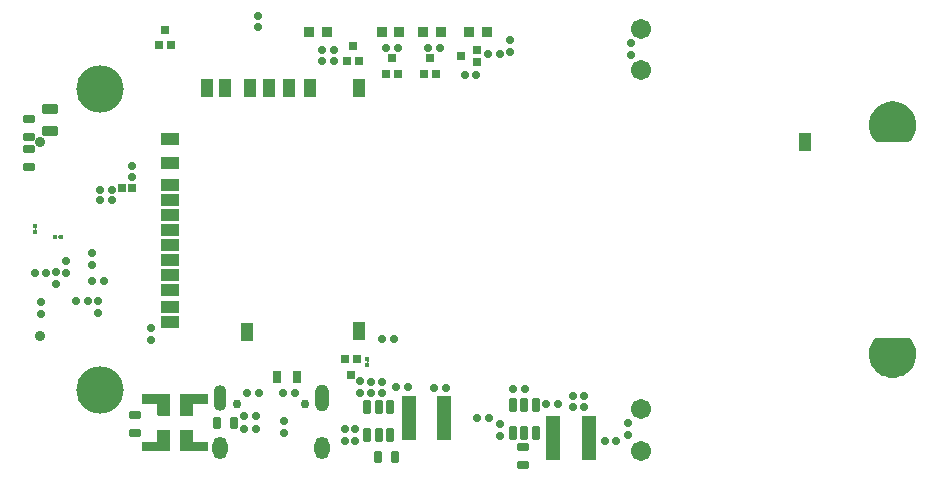
<source format=gts>
G04*
G04 #@! TF.GenerationSoftware,Altium Limited,Altium Designer,22.8.2 (66)*
G04*
G04 Layer_Color=8388736*
%FSLAX25Y25*%
%MOIN*%
G70*
G04*
G04 #@! TF.SameCoordinates,6BB00AFB-5455-402A-A2EE-A29BA1A7275C*
G04*
G04*
G04 #@! TF.FilePolarity,Negative*
G04*
G01*
G75*
%ADD21R,0.01181X0.01181*%
%ADD33C,0.00800*%
%ADD34R,0.03162X0.03950*%
%ADD35R,0.03950X0.06312*%
%ADD36R,0.06312X0.03950*%
G04:AMPARAMS|DCode=37|XSize=55.12mil|YSize=31.5mil|CornerRadius=7.48mil|HoleSize=0mil|Usage=FLASHONLY|Rotation=0.000|XOffset=0mil|YOffset=0mil|HoleType=Round|Shape=RoundedRectangle|*
%AMROUNDEDRECTD37*
21,1,0.05512,0.01654,0,0,0.0*
21,1,0.04016,0.03150,0,0,0.0*
1,1,0.01496,0.02008,-0.00827*
1,1,0.01496,-0.02008,-0.00827*
1,1,0.01496,-0.02008,0.00827*
1,1,0.01496,0.02008,0.00827*
%
%ADD37ROUNDEDRECTD37*%
G04:AMPARAMS|DCode=38|XSize=39.37mil|YSize=27.56mil|CornerRadius=6.69mil|HoleSize=0mil|Usage=FLASHONLY|Rotation=180.000|XOffset=0mil|YOffset=0mil|HoleType=Round|Shape=RoundedRectangle|*
%AMROUNDEDRECTD38*
21,1,0.03937,0.01417,0,0,180.0*
21,1,0.02598,0.02756,0,0,180.0*
1,1,0.01339,-0.01299,0.00709*
1,1,0.01339,0.01299,0.00709*
1,1,0.01339,0.01299,-0.00709*
1,1,0.01339,-0.01299,-0.00709*
%
%ADD38ROUNDEDRECTD38*%
%ADD39R,0.03543X0.03543*%
%ADD40R,0.02572X0.03162*%
G04:AMPARAMS|DCode=41|XSize=47.37mil|YSize=27.69mil|CornerRadius=6.46mil|HoleSize=0mil|Usage=FLASHONLY|Rotation=270.000|XOffset=0mil|YOffset=0mil|HoleType=Round|Shape=RoundedRectangle|*
%AMROUNDEDRECTD41*
21,1,0.04737,0.01476,0,0,270.0*
21,1,0.03445,0.02769,0,0,270.0*
1,1,0.01292,-0.00738,-0.01722*
1,1,0.01292,-0.00738,0.01722*
1,1,0.01292,0.00738,0.01722*
1,1,0.01292,0.00738,-0.01722*
%
%ADD41ROUNDEDRECTD41*%
%ADD42R,0.04724X0.14961*%
G04:AMPARAMS|DCode=43|XSize=27.56mil|YSize=23.62mil|CornerRadius=5.91mil|HoleSize=0mil|Usage=FLASHONLY|Rotation=90.000|XOffset=0mil|YOffset=0mil|HoleType=Round|Shape=RoundedRectangle|*
%AMROUNDEDRECTD43*
21,1,0.02756,0.01181,0,0,90.0*
21,1,0.01575,0.02362,0,0,90.0*
1,1,0.01181,0.00591,0.00787*
1,1,0.01181,0.00591,-0.00787*
1,1,0.01181,-0.00591,-0.00787*
1,1,0.01181,-0.00591,0.00787*
%
%ADD43ROUNDEDRECTD43*%
G04:AMPARAMS|DCode=44|XSize=16mil|YSize=16mil|CornerRadius=4.25mil|HoleSize=0mil|Usage=FLASHONLY|Rotation=270.000|XOffset=0mil|YOffset=0mil|HoleType=Round|Shape=RoundedRectangle|*
%AMROUNDEDRECTD44*
21,1,0.01600,0.00750,0,0,270.0*
21,1,0.00750,0.01600,0,0,270.0*
1,1,0.00850,-0.00375,-0.00375*
1,1,0.00850,-0.00375,0.00375*
1,1,0.00850,0.00375,0.00375*
1,1,0.00850,0.00375,-0.00375*
%
%ADD44ROUNDEDRECTD44*%
%ADD45R,0.02769X0.03162*%
G04:AMPARAMS|DCode=46|XSize=27.56mil|YSize=23.62mil|CornerRadius=5.91mil|HoleSize=0mil|Usage=FLASHONLY|Rotation=0.000|XOffset=0mil|YOffset=0mil|HoleType=Round|Shape=RoundedRectangle|*
%AMROUNDEDRECTD46*
21,1,0.02756,0.01181,0,0,0.0*
21,1,0.01575,0.02362,0,0,0.0*
1,1,0.01181,0.00787,-0.00591*
1,1,0.01181,-0.00787,-0.00591*
1,1,0.01181,-0.00787,0.00591*
1,1,0.01181,0.00787,0.00591*
%
%ADD46ROUNDEDRECTD46*%
%ADD47R,0.03162X0.02769*%
G04:AMPARAMS|DCode=48|XSize=39.37mil|YSize=27.56mil|CornerRadius=6.69mil|HoleSize=0mil|Usage=FLASHONLY|Rotation=270.000|XOffset=0mil|YOffset=0mil|HoleType=Round|Shape=RoundedRectangle|*
%AMROUNDEDRECTD48*
21,1,0.03937,0.01417,0,0,270.0*
21,1,0.02598,0.02756,0,0,270.0*
1,1,0.01339,-0.00709,-0.01299*
1,1,0.01339,-0.00709,0.01299*
1,1,0.01339,0.00709,0.01299*
1,1,0.01339,0.00709,-0.01299*
%
%ADD48ROUNDEDRECTD48*%
G04:AMPARAMS|DCode=49|XSize=16mil|YSize=16mil|CornerRadius=4.25mil|HoleSize=0mil|Usage=FLASHONLY|Rotation=180.000|XOffset=0mil|YOffset=0mil|HoleType=Round|Shape=RoundedRectangle|*
%AMROUNDEDRECTD49*
21,1,0.01600,0.00750,0,0,180.0*
21,1,0.00750,0.01600,0,0,180.0*
1,1,0.00850,-0.00375,0.00375*
1,1,0.00850,0.00375,0.00375*
1,1,0.00850,0.00375,-0.00375*
1,1,0.00850,-0.00375,-0.00375*
%
%ADD49ROUNDEDRECTD49*%
%ADD50C,0.06706*%
%ADD51C,0.10743*%
%ADD52O,0.04331X0.08662*%
%ADD53O,0.05131X0.07493*%
%ADD54C,0.02953*%
%ADD55O,0.04737X0.09068*%
%ADD56C,0.15761*%
%ADD57C,0.03438*%
G36*
X264638Y96249D02*
X264657Y96248D01*
X265389Y96176D01*
X265409Y96173D01*
X265428Y96171D01*
X266149Y96027D01*
X266168Y96022D01*
X266187Y96018D01*
X266891Y95805D01*
X266909Y95798D01*
X266928Y95791D01*
X267607Y95510D01*
X267625Y95501D01*
X267642Y95493D01*
X268291Y95147D01*
X268308Y95136D01*
X268325Y95126D01*
X268936Y94718D01*
X268951Y94706D01*
X268968Y94695D01*
X269536Y94228D01*
X269550Y94215D01*
X269565Y94202D01*
X269825Y93942D01*
X269825Y93942D01*
X270079Y93687D01*
X270092Y93673D01*
X270105Y93659D01*
X270563Y93103D01*
X270574Y93088D01*
X270586Y93072D01*
X270989Y92475D01*
X270998Y92458D01*
X271009Y92442D01*
X271352Y91809D01*
X271360Y91792D01*
X271369Y91774D01*
X271649Y91111D01*
X271656Y91093D01*
X271663Y91075D01*
X271879Y90388D01*
X271883Y90370D01*
X271888Y90351D01*
X272037Y89647D01*
X272040Y89627D01*
X272043Y89609D01*
X272124Y88893D01*
X272125Y88874D01*
X272126Y88855D01*
X272138Y88135D01*
X272137Y88116D01*
X272137Y88096D01*
X272079Y87379D01*
X272076Y87359D01*
X272074Y87340D01*
X271948Y86631D01*
X271943Y86613D01*
X271939Y86594D01*
X271745Y85900D01*
X271739Y85882D01*
X271733Y85864D01*
X271474Y85192D01*
X271465Y85175D01*
X271458Y85157D01*
X271135Y84513D01*
X271125Y84497D01*
X271116Y84480D01*
X270733Y83870D01*
X270722Y83855D01*
X270711Y83839D01*
X270271Y83269D01*
X270258Y83254D01*
X270246Y83239D01*
X270000Y82977D01*
X269995Y82972D01*
X269991Y82968D01*
X269976Y82955D01*
X269961Y82941D01*
X269956Y82937D01*
X269951Y82933D01*
X269935Y82922D01*
X269919Y82910D01*
X269913Y82907D01*
X269908Y82904D01*
X269890Y82895D01*
X269872Y82886D01*
X269866Y82883D01*
X269861Y82881D01*
X269842Y82874D01*
X269823Y82867D01*
X269817Y82866D01*
X269811Y82864D01*
X269792Y82860D01*
X269772Y82855D01*
X269766Y82855D01*
X269759Y82854D01*
X269740Y82852D01*
X269720Y82850D01*
X269714Y82850D01*
X269707Y82850D01*
X258797Y82850D01*
X258790Y82850D01*
X258784Y82850D01*
X258778Y82851D01*
X258773Y82851D01*
X258758Y82853D01*
X258745Y82854D01*
X258738Y82855D01*
X258732Y82855D01*
X258726Y82857D01*
X258721Y82857D01*
X258707Y82861D01*
X258693Y82864D01*
X258687Y82866D01*
X258681Y82867D01*
X258676Y82869D01*
X258670Y82871D01*
X258657Y82876D01*
X258643Y82881D01*
X258638Y82883D01*
X258632Y82886D01*
X258627Y82888D01*
X258622Y82890D01*
X258609Y82898D01*
X258596Y82904D01*
X258591Y82907D01*
X258585Y82910D01*
X258581Y82914D01*
X258576Y82916D01*
X258564Y82925D01*
X258553Y82933D01*
X258548Y82937D01*
X258543Y82941D01*
X258539Y82945D01*
X258534Y82948D01*
X258524Y82958D01*
X258513Y82968D01*
X258509Y82972D01*
X258505Y82977D01*
X258258Y83239D01*
X258246Y83254D01*
X258233Y83268D01*
X257793Y83838D01*
X257783Y83854D01*
X257771Y83870D01*
X257388Y84479D01*
X257379Y84496D01*
X257369Y84513D01*
X257046Y85156D01*
X257038Y85174D01*
X257030Y85192D01*
X256771Y85863D01*
X256765Y85881D01*
X256759Y85900D01*
X256565Y86593D01*
X256561Y86612D01*
X256556Y86630D01*
X256430Y87339D01*
X256428Y87358D01*
X256425Y87377D01*
X256367Y88095D01*
X256367Y88114D01*
X256366Y88133D01*
X256377Y88853D01*
X256379Y88872D01*
X256379Y88892D01*
X256460Y89607D01*
X256463Y89626D01*
X256466Y89645D01*
X256615Y90350D01*
X256620Y90368D01*
X256625Y90387D01*
X256840Y91074D01*
X256847Y91092D01*
X256854Y91110D01*
X257134Y91773D01*
X257143Y91790D01*
X257151Y91807D01*
X257494Y92440D01*
X257504Y92457D01*
X257514Y92473D01*
X257916Y93070D01*
X257928Y93085D01*
X257939Y93101D01*
X258397Y93657D01*
X258410Y93671D01*
X258423Y93685D01*
X258677Y93940D01*
X258677Y93940D01*
X258937Y94200D01*
X258952Y94213D01*
X258966Y94226D01*
X259534Y94693D01*
X259550Y94704D01*
X259566Y94716D01*
X260177Y95125D01*
X260194Y95135D01*
X260211Y95145D01*
X260859Y95492D01*
X260877Y95500D01*
X260894Y95509D01*
X261574Y95790D01*
X261592Y95797D01*
X261611Y95804D01*
X262314Y96017D01*
X262333Y96022D01*
X262352Y96027D01*
X263073Y96170D01*
X263093Y96173D01*
X263112Y96176D01*
X263844Y96248D01*
X263863Y96249D01*
X263883Y96250D01*
X264618Y96250D01*
X264638Y96249D01*
D02*
G37*
G36*
X269746Y17476D02*
X269754Y17477D01*
X269758Y17476D01*
X269764Y17476D01*
X269777Y17474D01*
X269791Y17473D01*
X269798Y17472D01*
X269806Y17471D01*
X269810Y17470D01*
X269816Y17469D01*
X269829Y17466D01*
X269842Y17463D01*
X269850Y17461D01*
X269857Y17459D01*
X269861Y17457D01*
X269867Y17456D01*
X269879Y17451D01*
X269892Y17446D01*
X269899Y17443D01*
X269906Y17440D01*
X269910Y17438D01*
X269915Y17436D01*
X269927Y17429D01*
X269939Y17423D01*
X269945Y17419D01*
X269952Y17415D01*
X269956Y17412D01*
X269961Y17410D01*
X269971Y17401D01*
X269982Y17394D01*
X269988Y17389D01*
X269994Y17384D01*
X269998Y17381D01*
X270002Y17378D01*
X270012Y17368D01*
X270022Y17359D01*
X270027Y17354D01*
X270032Y17348D01*
X270276Y17086D01*
X270288Y17071D01*
X270301Y17056D01*
X270736Y16486D01*
X270746Y16470D01*
X270758Y16454D01*
X271136Y15845D01*
X271145Y15828D01*
X271154Y15811D01*
X271473Y15169D01*
X271480Y15151D01*
X271488Y15133D01*
X271744Y14463D01*
X271749Y14445D01*
X271756Y14427D01*
X271946Y13735D01*
X271950Y13716D01*
X271954Y13698D01*
X272077Y12991D01*
X272079Y12972D01*
X272082Y12953D01*
X272137Y12238D01*
X272137Y12219D01*
X272138Y12200D01*
X272124Y11483D01*
X272123Y11463D01*
X272122Y11444D01*
X272040Y10732D01*
X272036Y10713D01*
X272033Y10694D01*
X271883Y9992D01*
X271878Y9974D01*
X271874Y9955D01*
X271657Y9272D01*
X271650Y9254D01*
X271644Y9235D01*
X271363Y8575D01*
X271354Y8558D01*
X271346Y8541D01*
X271004Y7911D01*
X270993Y7895D01*
X270984Y7878D01*
X270582Y7284D01*
X270571Y7268D01*
X270559Y7253D01*
X270103Y6700D01*
X270090Y6685D01*
X270077Y6671D01*
X269824Y6418D01*
X269824Y6418D01*
X269564Y6158D01*
X269549Y6145D01*
X269535Y6131D01*
X268967Y5665D01*
X268951Y5654D01*
X268935Y5642D01*
X268324Y5233D01*
X268307Y5223D01*
X268290Y5213D01*
X267642Y4867D01*
X267624Y4859D01*
X267607Y4850D01*
X266928Y4569D01*
X266909Y4562D01*
X266891Y4555D01*
X266187Y4342D01*
X266168Y4338D01*
X266149Y4332D01*
X265428Y4189D01*
X265409Y4186D01*
X265389Y4183D01*
X264658Y4111D01*
X264638Y4111D01*
X264619Y4109D01*
X263884Y4109D01*
X263864Y4111D01*
X263844Y4111D01*
X263113Y4183D01*
X263094Y4187D01*
X263074Y4189D01*
X262353Y4333D01*
X262334Y4338D01*
X262315Y4342D01*
X261612Y4556D01*
X261594Y4563D01*
X261575Y4569D01*
X260896Y4850D01*
X260878Y4859D01*
X260860Y4867D01*
X260212Y5214D01*
X260196Y5224D01*
X260179Y5234D01*
X259568Y5642D01*
X259552Y5654D01*
X259536Y5666D01*
X258968Y6132D01*
X258954Y6145D01*
X258939Y6159D01*
X258679Y6418D01*
X258426Y6672D01*
X258413Y6686D01*
X258400Y6700D01*
X257944Y7254D01*
X257932Y7269D01*
X257921Y7284D01*
X257519Y7879D01*
X257510Y7895D01*
X257499Y7912D01*
X257157Y8542D01*
X257149Y8559D01*
X257140Y8576D01*
X256859Y9236D01*
X256853Y9254D01*
X256846Y9272D01*
X256630Y9956D01*
X256625Y9974D01*
X256620Y9993D01*
X256470Y10695D01*
X256467Y10714D01*
X256464Y10732D01*
X256382Y11445D01*
X256381Y11464D01*
X256379Y11483D01*
X256365Y12200D01*
X256366Y12219D01*
X256366Y12239D01*
X256422Y12954D01*
X256424Y12973D01*
X256426Y12992D01*
X256550Y13698D01*
X256554Y13717D01*
X256558Y13736D01*
X256748Y14427D01*
X256754Y14445D01*
X256760Y14464D01*
X257016Y15134D01*
X257024Y15151D01*
X257031Y15169D01*
X257349Y15812D01*
X257359Y15828D01*
X257368Y15845D01*
X257747Y16454D01*
X257758Y16470D01*
X257768Y16486D01*
X258203Y17056D01*
X258216Y17071D01*
X258228Y17086D01*
X258472Y17348D01*
X258477Y17354D01*
X258482Y17359D01*
X258496Y17372D01*
X258510Y17385D01*
X258516Y17389D01*
X258522Y17394D01*
X258537Y17404D01*
X258552Y17415D01*
X258559Y17419D01*
X258565Y17423D01*
X258582Y17431D01*
X258598Y17440D01*
X258606Y17443D01*
X258612Y17446D01*
X258630Y17452D01*
X258647Y17459D01*
X258655Y17461D01*
X258662Y17463D01*
X258680Y17467D01*
X258698Y17471D01*
X258706Y17472D01*
X258713Y17473D01*
X258732Y17475D01*
X258751Y17477D01*
X258758Y17476D01*
X258766Y17477D01*
X269738Y17477D01*
X269746Y17476D01*
D02*
G37*
G36*
X35944Y-1398D02*
X35981Y-1409D01*
X36015Y-1427D01*
X36045Y-1452D01*
X36070Y-1482D01*
X36088Y-1516D01*
X36100Y-1553D01*
X36103Y-1592D01*
Y-4347D01*
X36100Y-4386D01*
X36088Y-4423D01*
X36070Y-4457D01*
X36045Y-4487D01*
X36015Y-4512D01*
X35981Y-4530D01*
X35944Y-4541D01*
X35906Y-4545D01*
X30985D01*
Y-8284D01*
X30981Y-8323D01*
X30970Y-8360D01*
X30952Y-8394D01*
X30927Y-8424D01*
X30897Y-8449D01*
X30863Y-8467D01*
X30826Y-8478D01*
X30787Y-8482D01*
X26850D01*
X26812Y-8478D01*
X26775Y-8467D01*
X26741Y-8449D01*
X26711Y-8424D01*
X26686Y-8394D01*
X26668Y-8360D01*
X26656Y-8323D01*
X26653Y-8284D01*
Y-1592D01*
X26656Y-1553D01*
X26668Y-1516D01*
X26686Y-1482D01*
X26711Y-1452D01*
X26741Y-1427D01*
X26775Y-1409D01*
X26812Y-1398D01*
X26850Y-1394D01*
X35906D01*
X35944Y-1398D01*
D02*
G37*
G36*
X23346D02*
X23383Y-1409D01*
X23417Y-1427D01*
X23447Y-1452D01*
X23472Y-1482D01*
X23490Y-1516D01*
X23501Y-1553D01*
X23505Y-1592D01*
Y-8284D01*
X23501Y-8323D01*
X23490Y-8360D01*
X23472Y-8394D01*
X23447Y-8424D01*
X23417Y-8449D01*
X23383Y-8467D01*
X23346Y-8478D01*
X23307Y-8482D01*
X19370D01*
X19331Y-8478D01*
X19294Y-8467D01*
X19260Y-8449D01*
X19230Y-8424D01*
X19206Y-8394D01*
X19187Y-8360D01*
X19176Y-8323D01*
X19172Y-8284D01*
Y-4545D01*
X14252D01*
X14213Y-4541D01*
X14176Y-4530D01*
X14142Y-4512D01*
X14112Y-4487D01*
X14087Y-4457D01*
X14069Y-4423D01*
X14058Y-4386D01*
X14054Y-4347D01*
Y-1592D01*
X14058Y-1553D01*
X14069Y-1516D01*
X14087Y-1482D01*
X14112Y-1452D01*
X14142Y-1427D01*
X14176Y-1409D01*
X14213Y-1398D01*
X14252Y-1394D01*
X23307D01*
X23346Y-1398D01*
D02*
G37*
G36*
X30826Y-13208D02*
X30863Y-13220D01*
X30897Y-13238D01*
X30927Y-13263D01*
X30952Y-13293D01*
X30970Y-13327D01*
X30981Y-13364D01*
X30985Y-13402D01*
Y-17142D01*
X35906D01*
X35944Y-17145D01*
X35981Y-17157D01*
X36015Y-17175D01*
X36045Y-17200D01*
X36070Y-17230D01*
X36088Y-17264D01*
X36100Y-17301D01*
X36103Y-17339D01*
Y-20095D01*
X36100Y-20134D01*
X36088Y-20171D01*
X36070Y-20205D01*
X36045Y-20235D01*
X36015Y-20260D01*
X35981Y-20278D01*
X35944Y-20289D01*
X35906Y-20293D01*
X26850D01*
X26812Y-20289D01*
X26775Y-20278D01*
X26741Y-20260D01*
X26711Y-20235D01*
X26686Y-20205D01*
X26668Y-20171D01*
X26656Y-20134D01*
X26653Y-20095D01*
Y-13402D01*
X26656Y-13364D01*
X26668Y-13327D01*
X26686Y-13293D01*
X26711Y-13263D01*
X26741Y-13238D01*
X26775Y-13220D01*
X26812Y-13208D01*
X26850Y-13205D01*
X30787D01*
X30826Y-13208D01*
D02*
G37*
G36*
X23346D02*
X23383Y-13220D01*
X23417Y-13238D01*
X23447Y-13263D01*
X23472Y-13293D01*
X23490Y-13327D01*
X23501Y-13364D01*
X23505Y-13402D01*
Y-20095D01*
X23501Y-20134D01*
X23490Y-20171D01*
X23472Y-20205D01*
X23447Y-20235D01*
X23417Y-20260D01*
X23383Y-20278D01*
X23346Y-20289D01*
X23307Y-20293D01*
X14252D01*
X14213Y-20289D01*
X14176Y-20278D01*
X14142Y-20260D01*
X14112Y-20235D01*
X14087Y-20205D01*
X14069Y-20171D01*
X14058Y-20134D01*
X14054Y-20095D01*
Y-17339D01*
X14058Y-17301D01*
X14069Y-17264D01*
X14087Y-17230D01*
X14112Y-17200D01*
X14142Y-17175D01*
X14176Y-17157D01*
X14213Y-17145D01*
X14252Y-17142D01*
X19172D01*
Y-13402D01*
X19176Y-13364D01*
X19187Y-13327D01*
X19206Y-13293D01*
X19230Y-13263D01*
X19260Y-13238D01*
X19294Y-13220D01*
X19331Y-13208D01*
X19370Y-13205D01*
X23307D01*
X23346Y-13208D01*
D02*
G37*
D21*
X19370Y-18718D02*
D03*
X30787D02*
D03*
Y-2970D02*
D03*
X19370D02*
D03*
D33*
X89277Y9516D02*
G03*
X89277Y9516I-100J0D01*
G01*
X-21426Y53838D02*
G03*
X-21426Y53838I-100J0D01*
G01*
X-13727Y51178D02*
G03*
X-13727Y51178I-100J0D01*
G01*
D34*
X65752Y4319D02*
D03*
X59059D02*
D03*
D35*
X56494Y100652D02*
D03*
X70046D02*
D03*
X41774Y100691D02*
D03*
X50108Y100676D02*
D03*
X63057Y100652D02*
D03*
X35864Y100648D02*
D03*
X49179Y19510D02*
D03*
X86368Y100656D02*
D03*
X235101Y82754D02*
D03*
X86467Y19636D02*
D03*
D36*
X23463Y38321D02*
D03*
X23502Y33317D02*
D03*
X23534Y68369D02*
D03*
X23416Y63349D02*
D03*
X23451Y58333D02*
D03*
X23451Y53337D02*
D03*
X23415Y48341D02*
D03*
X23455Y27854D02*
D03*
X23341Y83707D02*
D03*
X23475Y22625D02*
D03*
X23534Y75766D02*
D03*
X23534Y43321D02*
D03*
D37*
X-16481Y93709D02*
D03*
Y86229D02*
D03*
D38*
X-23704Y74394D02*
D03*
Y80299D02*
D03*
X141102Y-19111D02*
D03*
Y-25017D02*
D03*
X11653Y-14213D02*
D03*
Y-8307D02*
D03*
X-23731Y84535D02*
D03*
Y90440D02*
D03*
D39*
X69884Y119336D02*
D03*
X75789D02*
D03*
X128939D02*
D03*
X123034D02*
D03*
X113585D02*
D03*
X107679D02*
D03*
X99882D02*
D03*
X93976D02*
D03*
D40*
X7310Y67390D02*
D03*
X10656D02*
D03*
D41*
X137795Y-14387D02*
D03*
X141535D02*
D03*
X145276D02*
D03*
X137795Y-4938D02*
D03*
X141535D02*
D03*
X145276D02*
D03*
X89177Y-15029D02*
D03*
X92917D02*
D03*
X96658D02*
D03*
X89177Y-5580D02*
D03*
X92917D02*
D03*
X96658D02*
D03*
D42*
X151221Y-15922D02*
D03*
X163031D02*
D03*
X102992Y-9387D02*
D03*
X114803D02*
D03*
D43*
X73989Y109666D02*
D03*
X77926D02*
D03*
X-17813Y39024D02*
D03*
X-21750D02*
D03*
X-2543Y36292D02*
D03*
X1394D02*
D03*
X53106Y-836D02*
D03*
X49169D02*
D03*
X60980D02*
D03*
X64917D02*
D03*
X52091Y-12886D02*
D03*
X48154D02*
D03*
X51974Y-8773D02*
D03*
X48037D02*
D03*
X90229Y-996D02*
D03*
X94166D02*
D03*
X168260Y-16834D02*
D03*
X172197D02*
D03*
X115354Y731D02*
D03*
X111417D02*
D03*
X152677Y-4764D02*
D03*
X148740D02*
D03*
X94166Y2842D02*
D03*
X90229D02*
D03*
X102829Y957D02*
D03*
X98892D02*
D03*
X129685Y-9436D02*
D03*
X125748D02*
D03*
X114Y66782D02*
D03*
X4051D02*
D03*
X114Y63317D02*
D03*
X4051D02*
D03*
X137627Y273D02*
D03*
X141564D02*
D03*
X-8034Y29639D02*
D03*
X-4097D02*
D03*
X73989Y113377D02*
D03*
X77926D02*
D03*
X121567Y105027D02*
D03*
X95460Y114194D02*
D03*
X99397D02*
D03*
X109340D02*
D03*
X113277D02*
D03*
X133405Y112042D02*
D03*
X129469D02*
D03*
X125504Y105027D02*
D03*
X98103Y17068D02*
D03*
X94166D02*
D03*
D44*
X89177Y8458D02*
D03*
Y10452D02*
D03*
X-21526Y54774D02*
D03*
Y52780D02*
D03*
D45*
X21758Y120105D02*
D03*
X19789Y114987D02*
D03*
X23727D02*
D03*
X83603Y5184D02*
D03*
X85572Y10302D02*
D03*
X81634D02*
D03*
X86312Y109666D02*
D03*
X82374D02*
D03*
X84343Y114784D02*
D03*
X95460Y105436D02*
D03*
X107986D02*
D03*
X97429Y110554D02*
D03*
X99398Y105436D02*
D03*
X109956Y110554D02*
D03*
X111925Y105436D02*
D03*
D46*
X-14541Y35503D02*
D03*
Y39440D02*
D03*
X-575Y29790D02*
D03*
Y25853D02*
D03*
X-19656Y29268D02*
D03*
Y25331D02*
D03*
X-11378Y38971D02*
D03*
Y42908D02*
D03*
X177057Y111672D02*
D03*
Y115609D02*
D03*
X17175Y20707D02*
D03*
Y16770D02*
D03*
X61246Y-10220D02*
D03*
Y-14156D02*
D03*
X-2535Y41679D02*
D03*
Y45616D02*
D03*
X84981Y-13061D02*
D03*
Y-16998D02*
D03*
X81811D02*
D03*
Y-13061D02*
D03*
X86880Y-1012D02*
D03*
Y2925D02*
D03*
X157658Y-5768D02*
D03*
Y-1832D02*
D03*
X161427Y-5768D02*
D03*
Y-1832D02*
D03*
X133500Y-15174D02*
D03*
Y-11237D02*
D03*
X10784Y70916D02*
D03*
Y74853D02*
D03*
X52604Y120888D02*
D03*
Y124825D02*
D03*
X136870Y116668D02*
D03*
Y112731D02*
D03*
X175969Y-11043D02*
D03*
Y-14980D02*
D03*
D47*
X125593Y113336D02*
D03*
Y109398D02*
D03*
X120475Y111367D02*
D03*
D48*
X38961Y-11057D02*
D03*
X44866D02*
D03*
X92599Y-22119D02*
D03*
X98504D02*
D03*
D49*
X-12891Y51178D02*
D03*
X-14885D02*
D03*
D50*
X180394Y-6397D02*
D03*
Y-20177D02*
D03*
Y106658D02*
D03*
Y120438D02*
D03*
D51*
X264252Y11991D02*
D03*
Y88369D02*
D03*
D52*
X39956Y-2777D02*
D03*
D53*
Y-19234D02*
D03*
X74012D02*
D03*
D54*
X45606Y-4746D02*
D03*
X68362D02*
D03*
D55*
X74012Y-2777D02*
D03*
D56*
X0Y0D02*
D03*
X0Y100495D02*
D03*
D57*
X-19844Y82636D02*
D03*
Y18070D02*
D03*
M02*

</source>
